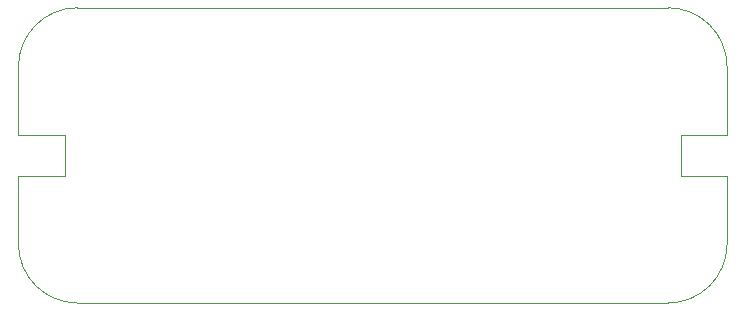
<source format=gko>
G04*
G04 #@! TF.GenerationSoftware,Altium Limited,Altium Designer,21.4.1 (30)*
G04*
G04 Layer_Color=16711935*
%FSLAX25Y25*%
%MOIN*%
G70*
G04*
G04 #@! TF.SameCoordinates,DE3D3837-1171-46BA-834C-E1CE419D22AE*
G04*
G04*
G04 #@! TF.FilePolarity,Positive*
G04*
G01*
G75*
%ADD20C,0.00402*%
%ADD21C,0.00394*%
D20*
X0Y19685D02*
G03*
X19685Y0I19685J0D01*
G01*
X216535D02*
G03*
X236221Y19685I0J19685D01*
G01*
Y78740D02*
G03*
X216535Y98425I-19685J0D01*
G01*
X19685D02*
G03*
X0Y78740I0J-19685D01*
G01*
Y56063D02*
Y78740D01*
X19685Y-0D02*
X216535Y-0D01*
X236221Y19685D02*
Y42362D01*
X19685Y98425D02*
X216535D01*
D21*
X-20Y42362D02*
X0Y19685D01*
X236221Y78740D02*
X236240Y56063D01*
X-20Y42362D02*
X15374D01*
X-20Y56063D02*
X15374D01*
Y42362D02*
Y56063D01*
X220847Y42362D02*
Y56063D01*
Y42362D02*
X236240D01*
X220847Y56063D02*
X236240D01*
M02*

</source>
